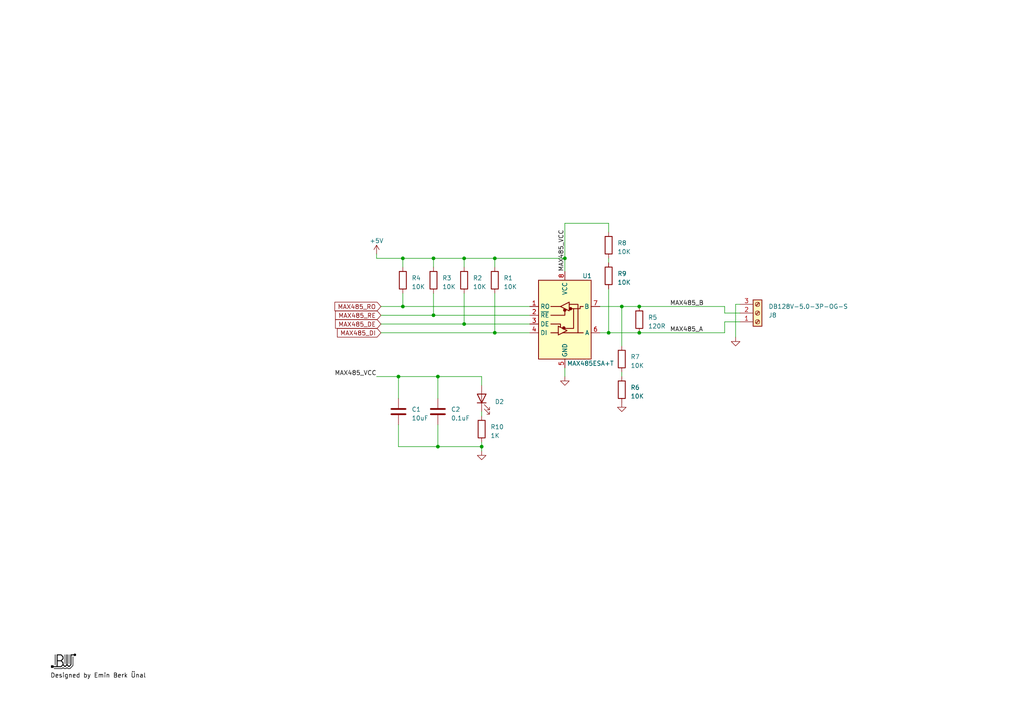
<source format=kicad_sch>
(kicad_sch (version 20230121) (generator eeschema)

  (uuid 7526616b-9fc0-4b84-a8bd-1f9b883748bb)

  (paper "A4")

  (title_block
    (title "RS485")
    (date "2023-05-16")
    (rev "2")
    (company "OES Maritime Systems Eng. Ltd. Sti.")
  )

  (lib_symbols
    (symbol "Connector:Screw_Terminal_01x03" (pin_names (offset 1.016) hide) (in_bom yes) (on_board yes)
      (property "Reference" "J" (at 0 5.08 0)
        (effects (font (size 1.27 1.27)))
      )
      (property "Value" "Screw_Terminal_01x03" (at 0 -5.08 0)
        (effects (font (size 1.27 1.27)))
      )
      (property "Footprint" "" (at 0 0 0)
        (effects (font (size 1.27 1.27)) hide)
      )
      (property "Datasheet" "~" (at 0 0 0)
        (effects (font (size 1.27 1.27)) hide)
      )
      (property "ki_keywords" "screw terminal" (at 0 0 0)
        (effects (font (size 1.27 1.27)) hide)
      )
      (property "ki_description" "Generic screw terminal, single row, 01x03, script generated (kicad-library-utils/schlib/autogen/connector/)" (at 0 0 0)
        (effects (font (size 1.27 1.27)) hide)
      )
      (property "ki_fp_filters" "TerminalBlock*:*" (at 0 0 0)
        (effects (font (size 1.27 1.27)) hide)
      )
      (symbol "Screw_Terminal_01x03_1_1"
        (rectangle (start -1.27 3.81) (end 1.27 -3.81)
          (stroke (width 0.254) (type default))
          (fill (type background))
        )
        (circle (center 0 -2.54) (radius 0.635)
          (stroke (width 0.1524) (type default))
          (fill (type none))
        )
        (polyline
          (pts
            (xy -0.5334 -2.2098)
            (xy 0.3302 -3.048)
          )
          (stroke (width 0.1524) (type default))
          (fill (type none))
        )
        (polyline
          (pts
            (xy -0.5334 0.3302)
            (xy 0.3302 -0.508)
          )
          (stroke (width 0.1524) (type default))
          (fill (type none))
        )
        (polyline
          (pts
            (xy -0.5334 2.8702)
            (xy 0.3302 2.032)
          )
          (stroke (width 0.1524) (type default))
          (fill (type none))
        )
        (polyline
          (pts
            (xy -0.3556 -2.032)
            (xy 0.508 -2.8702)
          )
          (stroke (width 0.1524) (type default))
          (fill (type none))
        )
        (polyline
          (pts
            (xy -0.3556 0.508)
            (xy 0.508 -0.3302)
          )
          (stroke (width 0.1524) (type default))
          (fill (type none))
        )
        (polyline
          (pts
            (xy -0.3556 3.048)
            (xy 0.508 2.2098)
          )
          (stroke (width 0.1524) (type default))
          (fill (type none))
        )
        (circle (center 0 0) (radius 0.635)
          (stroke (width 0.1524) (type default))
          (fill (type none))
        )
        (circle (center 0 2.54) (radius 0.635)
          (stroke (width 0.1524) (type default))
          (fill (type none))
        )
        (pin passive line (at -5.08 2.54 0) (length 3.81)
          (name "Pin_1" (effects (font (size 1.27 1.27))))
          (number "1" (effects (font (size 1.27 1.27))))
        )
        (pin passive line (at -5.08 0 0) (length 3.81)
          (name "Pin_2" (effects (font (size 1.27 1.27))))
          (number "2" (effects (font (size 1.27 1.27))))
        )
        (pin passive line (at -5.08 -2.54 0) (length 3.81)
          (name "Pin_3" (effects (font (size 1.27 1.27))))
          (number "3" (effects (font (size 1.27 1.27))))
        )
      )
    )
    (symbol "Device:C" (pin_numbers hide) (pin_names (offset 0.254)) (in_bom yes) (on_board yes)
      (property "Reference" "C" (at 0.635 2.54 0)
        (effects (font (size 1.27 1.27)) (justify left))
      )
      (property "Value" "C" (at 0.635 -2.54 0)
        (effects (font (size 1.27 1.27)) (justify left))
      )
      (property "Footprint" "" (at 0.9652 -3.81 0)
        (effects (font (size 1.27 1.27)) hide)
      )
      (property "Datasheet" "~" (at 0 0 0)
        (effects (font (size 1.27 1.27)) hide)
      )
      (property "ki_keywords" "cap capacitor" (at 0 0 0)
        (effects (font (size 1.27 1.27)) hide)
      )
      (property "ki_description" "Unpolarized capacitor" (at 0 0 0)
        (effects (font (size 1.27 1.27)) hide)
      )
      (property "ki_fp_filters" "C_*" (at 0 0 0)
        (effects (font (size 1.27 1.27)) hide)
      )
      (symbol "C_0_1"
        (polyline
          (pts
            (xy -2.032 -0.762)
            (xy 2.032 -0.762)
          )
          (stroke (width 0.508) (type default))
          (fill (type none))
        )
        (polyline
          (pts
            (xy -2.032 0.762)
            (xy 2.032 0.762)
          )
          (stroke (width 0.508) (type default))
          (fill (type none))
        )
      )
      (symbol "C_1_1"
        (pin passive line (at 0 3.81 270) (length 2.794)
          (name "~" (effects (font (size 1.27 1.27))))
          (number "1" (effects (font (size 1.27 1.27))))
        )
        (pin passive line (at 0 -3.81 90) (length 2.794)
          (name "~" (effects (font (size 1.27 1.27))))
          (number "2" (effects (font (size 1.27 1.27))))
        )
      )
    )
    (symbol "Device:R" (pin_numbers hide) (pin_names (offset 0)) (in_bom yes) (on_board yes)
      (property "Reference" "R" (at 2.032 0 90)
        (effects (font (size 1.27 1.27)))
      )
      (property "Value" "R" (at 0 0 90)
        (effects (font (size 1.27 1.27)))
      )
      (property "Footprint" "" (at -1.778 0 90)
        (effects (font (size 1.27 1.27)) hide)
      )
      (property "Datasheet" "~" (at 0 0 0)
        (effects (font (size 1.27 1.27)) hide)
      )
      (property "ki_keywords" "R res resistor" (at 0 0 0)
        (effects (font (size 1.27 1.27)) hide)
      )
      (property "ki_description" "Resistor" (at 0 0 0)
        (effects (font (size 1.27 1.27)) hide)
      )
      (property "ki_fp_filters" "R_*" (at 0 0 0)
        (effects (font (size 1.27 1.27)) hide)
      )
      (symbol "R_0_1"
        (rectangle (start -1.016 -2.54) (end 1.016 2.54)
          (stroke (width 0.254) (type default))
          (fill (type none))
        )
      )
      (symbol "R_1_1"
        (pin passive line (at 0 3.81 270) (length 1.27)
          (name "~" (effects (font (size 1.27 1.27))))
          (number "1" (effects (font (size 1.27 1.27))))
        )
        (pin passive line (at 0 -3.81 90) (length 1.27)
          (name "~" (effects (font (size 1.27 1.27))))
          (number "2" (effects (font (size 1.27 1.27))))
        )
      )
    )
    (symbol "Interface_UART:MAX485E" (in_bom yes) (on_board yes)
      (property "Reference" "U" (at -6.096 11.43 0)
        (effects (font (size 1.27 1.27)))
      )
      (property "Value" "MAX485E" (at 0.762 11.43 0)
        (effects (font (size 1.27 1.27)) (justify left))
      )
      (property "Footprint" "" (at 0 -17.78 0)
        (effects (font (size 1.27 1.27)) hide)
      )
      (property "Datasheet" "https://datasheets.maximintegrated.com/en/ds/MAX1487E-MAX491E.pdf" (at 0 1.27 0)
        (effects (font (size 1.27 1.27)) hide)
      )
      (property "ki_keywords" "Half duplex RS-485/RS-422, 2.5 Mbps, ±15kV electro-static discharge (ESD) protection, no slew-rate, no low-power shutdown, with receiver/driver enable, 32 receiver drive kapacitity, DIP-8 and SOIC-8" (at 0 0 0)
        (effects (font (size 1.27 1.27)) hide)
      )
      (property "ki_description" "Half duplex RS-485/RS-422, 2.5 Mbps, ±15kV electro-static discharge (ESD) protection, no slew-rate, no low-power shutdown, with receiver/driver enable, 32 receiver drive kapacitity, DIP-8 and SOIC-8" (at 0 0 0)
        (effects (font (size 1.27 1.27)) hide)
      )
      (property "ki_fp_filters" "DIP*W7.62mm* SOIC*3.9x4.9mm*P1.27mm*" (at 0 0 0)
        (effects (font (size 1.27 1.27)) hide)
      )
      (symbol "MAX485E_0_1"
        (rectangle (start -7.62 10.16) (end 7.62 -12.7)
          (stroke (width 0.254) (type default))
          (fill (type background))
        )
        (circle (center -0.3048 -3.683) (radius 0.3556)
          (stroke (width 0.254) (type default))
          (fill (type outline))
        )
        (circle (center -0.0254 1.4986) (radius 0.3556)
          (stroke (width 0.254) (type default))
          (fill (type outline))
        )
        (polyline
          (pts
            (xy -4.064 -5.08)
            (xy -1.905 -5.08)
          )
          (stroke (width 0.254) (type default))
          (fill (type none))
        )
        (polyline
          (pts
            (xy -4.064 2.54)
            (xy -1.27 2.54)
          )
          (stroke (width 0.254) (type default))
          (fill (type none))
        )
        (polyline
          (pts
            (xy -1.27 -3.2004)
            (xy -1.27 -3.4544)
          )
          (stroke (width 0.254) (type default))
          (fill (type none))
        )
        (polyline
          (pts
            (xy -0.635 -5.08)
            (xy 5.334 -5.08)
          )
          (stroke (width 0.254) (type default))
          (fill (type none))
        )
        (polyline
          (pts
            (xy -4.064 -2.54)
            (xy -1.27 -2.54)
            (xy -1.27 -3.175)
          )
          (stroke (width 0.254) (type default))
          (fill (type none))
        )
        (polyline
          (pts
            (xy 0 1.27)
            (xy 0 0)
            (xy -4.064 0)
          )
          (stroke (width 0.254) (type default))
          (fill (type none))
        )
        (polyline
          (pts
            (xy 1.27 3.175)
            (xy 3.81 3.175)
            (xy 3.81 -5.08)
          )
          (stroke (width 0.254) (type default))
          (fill (type none))
        )
        (polyline
          (pts
            (xy 2.54 1.905)
            (xy 2.54 -3.81)
            (xy 0 -3.81)
          )
          (stroke (width 0.254) (type default))
          (fill (type none))
        )
        (polyline
          (pts
            (xy -1.905 -3.175)
            (xy -1.905 -5.715)
            (xy 0.635 -4.445)
            (xy -1.905 -3.175)
          )
          (stroke (width 0.254) (type default))
          (fill (type none))
        )
        (polyline
          (pts
            (xy -1.27 2.54)
            (xy 1.27 3.81)
            (xy 1.27 1.27)
            (xy -1.27 2.54)
          )
          (stroke (width 0.254) (type default))
          (fill (type none))
        )
        (polyline
          (pts
            (xy 1.905 1.905)
            (xy 4.445 1.905)
            (xy 4.445 2.54)
            (xy 5.334 2.54)
          )
          (stroke (width 0.254) (type default))
          (fill (type none))
        )
        (rectangle (start 1.27 3.175) (end 1.27 3.175)
          (stroke (width 0) (type default))
          (fill (type none))
        )
        (circle (center 1.651 1.905) (radius 0.3556)
          (stroke (width 0.254) (type default))
          (fill (type outline))
        )
      )
      (symbol "MAX485E_1_1"
        (pin output line (at -10.16 2.54 0) (length 2.54)
          (name "RO" (effects (font (size 1.27 1.27))))
          (number "1" (effects (font (size 1.27 1.27))))
        )
        (pin input line (at -10.16 0 0) (length 2.54)
          (name "~{RE}" (effects (font (size 1.27 1.27))))
          (number "2" (effects (font (size 1.27 1.27))))
        )
        (pin input line (at -10.16 -2.54 0) (length 2.54)
          (name "DE" (effects (font (size 1.27 1.27))))
          (number "3" (effects (font (size 1.27 1.27))))
        )
        (pin input line (at -10.16 -5.08 0) (length 2.54)
          (name "DI" (effects (font (size 1.27 1.27))))
          (number "4" (effects (font (size 1.27 1.27))))
        )
        (pin power_in line (at 0 -15.24 90) (length 2.54)
          (name "GND" (effects (font (size 1.27 1.27))))
          (number "5" (effects (font (size 1.27 1.27))))
        )
        (pin bidirectional line (at 10.16 -5.08 180) (length 2.54)
          (name "A" (effects (font (size 1.27 1.27))))
          (number "6" (effects (font (size 1.27 1.27))))
        )
        (pin bidirectional line (at 10.16 2.54 180) (length 2.54)
          (name "B" (effects (font (size 1.27 1.27))))
          (number "7" (effects (font (size 1.27 1.27))))
        )
        (pin power_in line (at 0 12.7 270) (length 2.54)
          (name "VCC" (effects (font (size 1.27 1.27))))
          (number "8" (effects (font (size 1.27 1.27))))
        )
      )
    )
    (symbol "LED:IR26-21C_L110_TR8" (pin_numbers hide) (pin_names (offset 1.016) hide) (in_bom yes) (on_board yes)
      (property "Reference" "D" (at 0 2.54 0)
        (effects (font (size 1.27 1.27)))
      )
      (property "Value" "IR26-21C_L110_TR8" (at 0 -3.81 0)
        (effects (font (size 1.27 1.27)))
      )
      (property "Footprint" "LED_SMD:LED_1206_3216Metric" (at 0 5.08 0)
        (effects (font (size 1.27 1.27)) hide)
      )
      (property "Datasheet" "http://www.everlight.com/file/ProductFile/IR26-21C-L110-TR8.pdf" (at 0 0 0)
        (effects (font (size 1.27 1.27)) hide)
      )
      (property "ki_keywords" "IR LED" (at 0 0 0)
        (effects (font (size 1.27 1.27)) hide)
      )
      (property "ki_description" "940nm, 20 deg, Infrared LED, 1206" (at 0 0 0)
        (effects (font (size 1.27 1.27)) hide)
      )
      (property "ki_fp_filters" "LED*1206*3216Metric*" (at 0 0 0)
        (effects (font (size 1.27 1.27)) hide)
      )
      (symbol "IR26-21C_L110_TR8_0_1"
        (polyline
          (pts
            (xy -1.27 -1.27)
            (xy -1.27 1.27)
          )
          (stroke (width 0.254) (type default))
          (fill (type none))
        )
        (polyline
          (pts
            (xy -1.27 0)
            (xy 1.27 0)
          )
          (stroke (width 0) (type default))
          (fill (type none))
        )
        (polyline
          (pts
            (xy 1.27 -1.27)
            (xy 1.27 1.27)
            (xy -1.27 0)
            (xy 1.27 -1.27)
          )
          (stroke (width 0.254) (type default))
          (fill (type none))
        )
        (polyline
          (pts
            (xy -3.048 -0.762)
            (xy -4.572 -2.286)
            (xy -3.81 -2.286)
            (xy -4.572 -2.286)
            (xy -4.572 -1.524)
          )
          (stroke (width 0) (type default))
          (fill (type none))
        )
        (polyline
          (pts
            (xy -1.778 -0.762)
            (xy -3.302 -2.286)
            (xy -2.54 -2.286)
            (xy -3.302 -2.286)
            (xy -3.302 -1.524)
          )
          (stroke (width 0) (type default))
          (fill (type none))
        )
      )
      (symbol "IR26-21C_L110_TR8_1_1"
        (pin passive line (at -3.81 0 0) (length 2.54)
          (name "K" (effects (font (size 1.27 1.27))))
          (number "1" (effects (font (size 1.27 1.27))))
        )
        (pin passive line (at 3.81 0 180) (length 2.54)
          (name "A" (effects (font (size 1.27 1.27))))
          (number "2" (effects (font (size 1.27 1.27))))
        )
      )
    )
    (symbol "power:+5V" (power) (pin_names (offset 0)) (in_bom yes) (on_board yes)
      (property "Reference" "#PWR" (at 0 -3.81 0)
        (effects (font (size 1.27 1.27)) hide)
      )
      (property "Value" "+5V" (at 0 3.556 0)
        (effects (font (size 1.27 1.27)))
      )
      (property "Footprint" "" (at 0 0 0)
        (effects (font (size 1.27 1.27)) hide)
      )
      (property "Datasheet" "" (at 0 0 0)
        (effects (font (size 1.27 1.27)) hide)
      )
      (property "ki_keywords" "global power" (at 0 0 0)
        (effects (font (size 1.27 1.27)) hide)
      )
      (property "ki_description" "Power symbol creates a global label with name \"+5V\"" (at 0 0 0)
        (effects (font (size 1.27 1.27)) hide)
      )
      (symbol "+5V_0_1"
        (polyline
          (pts
            (xy -0.762 1.27)
            (xy 0 2.54)
          )
          (stroke (width 0) (type default))
          (fill (type none))
        )
        (polyline
          (pts
            (xy 0 0)
            (xy 0 2.54)
          )
          (stroke (width 0) (type default))
          (fill (type none))
        )
        (polyline
          (pts
            (xy 0 2.54)
            (xy 0.762 1.27)
          )
          (stroke (width 0) (type default))
          (fill (type none))
        )
      )
      (symbol "+5V_1_1"
        (pin power_in line (at 0 0 90) (length 0) hide
          (name "+5V" (effects (font (size 1.27 1.27))))
          (number "1" (effects (font (size 1.27 1.27))))
        )
      )
    )
    (symbol "power:GND" (power) (pin_names (offset 0)) (in_bom yes) (on_board yes)
      (property "Reference" "#PWR" (at 0 -6.35 0)
        (effects (font (size 1.27 1.27)) hide)
      )
      (property "Value" "GND" (at 0 -3.81 0)
        (effects (font (size 1.27 1.27)))
      )
      (property "Footprint" "" (at 0 0 0)
        (effects (font (size 1.27 1.27)) hide)
      )
      (property "Datasheet" "" (at 0 0 0)
        (effects (font (size 1.27 1.27)) hide)
      )
      (property "ki_keywords" "global power" (at 0 0 0)
        (effects (font (size 1.27 1.27)) hide)
      )
      (property "ki_description" "Power symbol creates a global label with name \"GND\" , ground" (at 0 0 0)
        (effects (font (size 1.27 1.27)) hide)
      )
      (symbol "GND_0_1"
        (polyline
          (pts
            (xy 0 0)
            (xy 0 -1.27)
            (xy 1.27 -1.27)
            (xy 0 -2.54)
            (xy -1.27 -1.27)
            (xy 0 -1.27)
          )
          (stroke (width 0) (type default))
          (fill (type none))
        )
      )
      (symbol "GND_1_1"
        (pin power_in line (at 0 0 270) (length 0) hide
          (name "GND" (effects (font (size 1.27 1.27))))
          (number "1" (effects (font (size 1.27 1.27))))
        )
      )
    )
  )

  (junction (at 176.53 96.52) (diameter 0) (color 0 0 0 0)
    (uuid 0dda872c-e9ef-4e1b-8d19-0b3a85fd6743)
  )
  (junction (at 134.62 74.93) (diameter 0) (color 0 0 0 0)
    (uuid 1bbf4715-db7e-4e23-835e-8da9198ede0d)
  )
  (junction (at 115.57 109.22) (diameter 0) (color 0 0 0 0)
    (uuid 427eec56-3d7e-46e0-bf7b-677ebfede25d)
  )
  (junction (at 125.73 91.44) (diameter 0) (color 0 0 0 0)
    (uuid 44957902-7259-405f-a71f-a07e550c7832)
  )
  (junction (at 116.84 74.93) (diameter 0) (color 0 0 0 0)
    (uuid 50fa8b55-6894-46cb-b04c-ec9bc2951ff5)
  )
  (junction (at 143.51 74.93) (diameter 0) (color 0 0 0 0)
    (uuid 673a6e94-7f66-4b97-9300-72aed5808eb8)
  )
  (junction (at 116.84 88.9) (diameter 0) (color 0 0 0 0)
    (uuid 679db0d5-44c5-4c0d-9190-4f1fc463205e)
  )
  (junction (at 185.42 96.52) (diameter 0) (color 0 0 0 0)
    (uuid 77a78890-5d8e-44ea-b93d-da78612aa3a0)
  )
  (junction (at 127 129.54) (diameter 0) (color 0 0 0 0)
    (uuid 9bc47ef5-4e15-4359-b1a8-f6765cee88cf)
  )
  (junction (at 185.42 88.9) (diameter 0) (color 0 0 0 0)
    (uuid a3d94661-ee31-4847-af4f-8d3a34655fc6)
  )
  (junction (at 125.73 74.93) (diameter 0) (color 0 0 0 0)
    (uuid aa794498-b942-4075-9c84-32d38d883edc)
  )
  (junction (at 127 109.22) (diameter 0) (color 0 0 0 0)
    (uuid ad5dc8d2-1dd5-4137-8b82-d0061e3bc397)
  )
  (junction (at 134.62 93.98) (diameter 0) (color 0 0 0 0)
    (uuid b9adf16a-b824-4476-ac40-09306f4152aa)
  )
  (junction (at 180.34 88.9) (diameter 0) (color 0 0 0 0)
    (uuid c5b44680-bfa5-463d-b384-c743a72eb883)
  )
  (junction (at 143.51 96.52) (diameter 0) (color 0 0 0 0)
    (uuid ca285b2b-8f08-4bad-a361-5d91a3359d3e)
  )
  (junction (at 163.83 74.93) (diameter 0) (color 0 0 0 0)
    (uuid de57ec0d-d5ee-4a38-9f62-986e1a148d8a)
  )
  (junction (at 139.7 129.54) (diameter 0) (color 0 0 0 0)
    (uuid df4d83ab-07d6-4ed1-bc92-40fb35efd276)
  )

  (wire (pts (xy 180.34 88.9) (xy 185.42 88.9))
    (stroke (width 0) (type default))
    (uuid 023a3f99-f402-4fc9-bc6d-ff62ee3e9dc7)
  )
  (wire (pts (xy 176.53 74.93) (xy 176.53 76.2))
    (stroke (width 0) (type default))
    (uuid 0fa6d710-c141-417c-829b-833e9ab6291b)
  )
  (wire (pts (xy 116.84 74.93) (xy 116.84 77.47))
    (stroke (width 0) (type default))
    (uuid 10f3c98e-36bb-4e25-a340-757443f4a255)
  )
  (wire (pts (xy 115.57 109.22) (xy 115.57 115.57))
    (stroke (width 0) (type default))
    (uuid 13a6caf6-7c08-42df-b532-5a8f84e1d31e)
  )
  (wire (pts (xy 116.84 85.09) (xy 116.84 88.9))
    (stroke (width 0) (type default))
    (uuid 13d01837-ac11-4c41-9b22-5361e6b3ce39)
  )
  (wire (pts (xy 125.73 91.44) (xy 153.67 91.44))
    (stroke (width 0) (type default))
    (uuid 14d4de01-e672-4a67-a0c3-f6fb8086a393)
  )
  (wire (pts (xy 125.73 74.93) (xy 134.62 74.93))
    (stroke (width 0) (type default))
    (uuid 1d3d84f1-d268-4088-b3ba-de8a77ef8b26)
  )
  (wire (pts (xy 210.185 88.9) (xy 210.185 90.805))
    (stroke (width 0) (type default))
    (uuid 21e3b217-4ec6-421e-a9fc-04b5daff41d9)
  )
  (wire (pts (xy 139.7 109.22) (xy 127 109.22))
    (stroke (width 0) (type default))
    (uuid 2aefa35b-9bf2-40e4-8c63-47aef46041d7)
  )
  (wire (pts (xy 115.57 123.19) (xy 115.57 129.54))
    (stroke (width 0) (type default))
    (uuid 2bffa0bb-0932-4f41-934c-fdbfcf9ef1e1)
  )
  (wire (pts (xy 143.51 96.52) (xy 153.67 96.52))
    (stroke (width 0) (type default))
    (uuid 2f83387f-ce57-4e11-ae81-b159b0e7849d)
  )
  (wire (pts (xy 127 115.57) (xy 127 109.22))
    (stroke (width 0) (type default))
    (uuid 30afeb71-fcd9-41ee-ae92-22c85a991328)
  )
  (wire (pts (xy 185.42 88.9) (xy 210.185 88.9))
    (stroke (width 0) (type default))
    (uuid 32a16d6e-8112-4e41-8e83-63bfa1d4d4d2)
  )
  (wire (pts (xy 173.99 88.9) (xy 180.34 88.9))
    (stroke (width 0) (type default))
    (uuid 3504cb96-96f2-433d-ad85-f45fafa3a734)
  )
  (wire (pts (xy 110.49 93.98) (xy 134.62 93.98))
    (stroke (width 0) (type default))
    (uuid 35fd01bc-046a-4914-a7ad-359079be2bc0)
  )
  (wire (pts (xy 127 123.19) (xy 127 129.54))
    (stroke (width 0) (type default))
    (uuid 361c219f-3f1f-4495-a48c-ef718da10861)
  )
  (wire (pts (xy 115.57 109.22) (xy 127 109.22))
    (stroke (width 0) (type default))
    (uuid 3643d996-3ea6-4204-8914-7e314864b06b)
  )
  (wire (pts (xy 176.53 96.52) (xy 185.42 96.52))
    (stroke (width 0) (type default))
    (uuid 36d902f4-a213-4aa9-83e3-bc1ce0dbff1e)
  )
  (wire (pts (xy 143.51 77.47) (xy 143.51 74.93))
    (stroke (width 0) (type default))
    (uuid 389efde9-5df8-40d2-9e20-8b1f59865e26)
  )
  (wire (pts (xy 134.62 74.93) (xy 134.62 77.47))
    (stroke (width 0) (type default))
    (uuid 41d9c891-e4f4-4d20-bb4f-cf2ae53dacdc)
  )
  (wire (pts (xy 213.36 88.265) (xy 213.36 97.79))
    (stroke (width 0) (type default))
    (uuid 42acab2c-5fe7-419c-9484-4587ec9d9b81)
  )
  (wire (pts (xy 185.42 96.52) (xy 210.185 96.52))
    (stroke (width 0) (type default))
    (uuid 4ce664d9-6e74-43e6-9202-8c353ab9fc08)
  )
  (wire (pts (xy 116.84 88.9) (xy 153.67 88.9))
    (stroke (width 0) (type default))
    (uuid 5f19d797-c038-4742-bf75-27a17d82dc97)
  )
  (wire (pts (xy 139.7 120.65) (xy 139.7 119.38))
    (stroke (width 0) (type default))
    (uuid 608e3734-080a-4326-bf5f-c78d1378d2cc)
  )
  (wire (pts (xy 163.83 74.93) (xy 143.51 74.93))
    (stroke (width 0) (type default))
    (uuid 68958347-dbef-4929-824c-a59c576e28f7)
  )
  (wire (pts (xy 210.185 96.52) (xy 210.185 93.345))
    (stroke (width 0) (type default))
    (uuid 6c37ca71-98c7-4ba1-a7fd-bcdb183567bc)
  )
  (wire (pts (xy 134.62 85.09) (xy 134.62 93.98))
    (stroke (width 0) (type default))
    (uuid 6c9e94e2-5368-4496-abce-a205fc9b89c5)
  )
  (wire (pts (xy 139.7 128.27) (xy 139.7 129.54))
    (stroke (width 0) (type default))
    (uuid 6d3ed9b1-42d8-4163-a709-9ece6dbfa999)
  )
  (wire (pts (xy 163.83 109.22) (xy 163.83 106.68))
    (stroke (width 0) (type default))
    (uuid 6e7a496f-0a14-4955-b655-39f591f9aed0)
  )
  (wire (pts (xy 210.185 93.345) (xy 214.63 93.345))
    (stroke (width 0) (type default))
    (uuid 7434e119-bff9-40ae-8d83-baa14162cb1b)
  )
  (wire (pts (xy 110.49 96.52) (xy 143.51 96.52))
    (stroke (width 0) (type default))
    (uuid 77c026de-eff8-47e9-ad5b-9a2630d8f91f)
  )
  (wire (pts (xy 110.49 91.44) (xy 125.73 91.44))
    (stroke (width 0) (type default))
    (uuid 7a862a9e-4e27-433c-bae4-76b813d9001a)
  )
  (wire (pts (xy 180.34 88.9) (xy 180.34 100.33))
    (stroke (width 0) (type default))
    (uuid 8147ffdc-a08c-402f-8294-5bc399fd77a9)
  )
  (wire (pts (xy 139.7 129.54) (xy 139.7 130.81))
    (stroke (width 0) (type default))
    (uuid 8319e526-5886-4778-81a3-2dfee3ee0db3)
  )
  (wire (pts (xy 163.83 64.77) (xy 163.83 74.93))
    (stroke (width 0) (type default))
    (uuid 880b8f1e-587e-4c37-82f1-0458c8bcfaad)
  )
  (wire (pts (xy 180.34 107.95) (xy 180.34 109.22))
    (stroke (width 0) (type default))
    (uuid 8e9c1f74-e62d-4f37-b176-0e37e7830c92)
  )
  (wire (pts (xy 173.99 96.52) (xy 176.53 96.52))
    (stroke (width 0) (type default))
    (uuid 8f52ed1b-2502-4d1e-93ee-3933cc61ba56)
  )
  (wire (pts (xy 176.53 67.31) (xy 176.53 64.77))
    (stroke (width 0) (type default))
    (uuid 8f65f1e6-6e20-44a0-8845-1458f5504d3b)
  )
  (wire (pts (xy 115.57 129.54) (xy 127 129.54))
    (stroke (width 0) (type default))
    (uuid 92dffbec-0635-4b4b-be5d-fa925b4325cf)
  )
  (wire (pts (xy 143.51 85.09) (xy 143.51 96.52))
    (stroke (width 0) (type default))
    (uuid 99a63f40-d91a-4a97-ab82-0a4ef7b8a274)
  )
  (wire (pts (xy 139.7 111.76) (xy 139.7 109.22))
    (stroke (width 0) (type default))
    (uuid 9a111696-37f0-44c1-9770-b7fd41120867)
  )
  (wire (pts (xy 176.53 64.77) (xy 163.83 64.77))
    (stroke (width 0) (type default))
    (uuid a04d40a2-c9c4-4c5d-be98-2dcdf1ad021f)
  )
  (wire (pts (xy 109.22 73.66) (xy 109.22 74.93))
    (stroke (width 0) (type default))
    (uuid aa0865cb-5518-4c4f-8f0a-1ba08b007e0e)
  )
  (wire (pts (xy 125.73 74.93) (xy 116.84 74.93))
    (stroke (width 0) (type default))
    (uuid bb340717-5861-43d2-8450-d87e50bc4ea8)
  )
  (wire (pts (xy 134.62 93.98) (xy 153.67 93.98))
    (stroke (width 0) (type default))
    (uuid c3adc36a-d8dc-4ff8-a941-aed8e870f265)
  )
  (wire (pts (xy 210.185 90.805) (xy 214.63 90.805))
    (stroke (width 0) (type default))
    (uuid d3447cd0-0596-49bd-abc2-d4fff9fa0c9d)
  )
  (wire (pts (xy 214.63 88.265) (xy 213.36 88.265))
    (stroke (width 0) (type default))
    (uuid d89e07be-ef27-408d-96af-ff381c067c13)
  )
  (wire (pts (xy 163.83 78.74) (xy 163.83 74.93))
    (stroke (width 0) (type default))
    (uuid df2dcc9d-9e38-4cfa-9f73-30844f9b8abe)
  )
  (wire (pts (xy 143.51 74.93) (xy 134.62 74.93))
    (stroke (width 0) (type default))
    (uuid e4f7d575-80aa-463f-bfe1-5409a46b847f)
  )
  (wire (pts (xy 176.53 83.82) (xy 176.53 96.52))
    (stroke (width 0) (type default))
    (uuid e6dea971-f6a9-4593-946d-16f0f184b47a)
  )
  (wire (pts (xy 109.22 109.22) (xy 115.57 109.22))
    (stroke (width 0) (type default))
    (uuid e8f214e2-845f-4114-b959-88175d6c985f)
  )
  (wire (pts (xy 125.73 74.93) (xy 125.73 77.47))
    (stroke (width 0) (type default))
    (uuid ea901380-d901-488d-8a8e-d2e9d889df61)
  )
  (wire (pts (xy 125.73 85.09) (xy 125.73 91.44))
    (stroke (width 0) (type default))
    (uuid f0054e41-22d7-402b-bf26-c332ef87173f)
  )
  (wire (pts (xy 127 129.54) (xy 139.7 129.54))
    (stroke (width 0) (type default))
    (uuid f06dd68d-6eff-41e4-93bf-4f66e63634a0)
  )
  (wire (pts (xy 110.49 88.9) (xy 116.84 88.9))
    (stroke (width 0) (type default))
    (uuid f4319766-3c73-4541-8bc8-2674dbd6fb09)
  )
  (wire (pts (xy 109.22 74.93) (xy 116.84 74.93))
    (stroke (width 0) (type default))
    (uuid f996d004-4b4f-45a9-8c8b-98c1ea140ab2)
  )

  (image (at 18.415 191.77) (scale 0.232765)
    (uuid 1c65e0e7-8d69-437b-82a8-b4ec53d03b5f)
    (data
      iVBORw0KGgoAAAANSUhEUgAAAkUAAAJFCAYAAADTfoPBAAAABHNCSVQICAgIfAhkiAAAAAlwSFlz
      AAASXAAAElwBaMQ2iQAADLBJREFUeJzt3dty48YOQFHMKf//L/s8TFTlKKLFppokgF7rNYlNyG1i
      h75FAAAAAAAAAAAAAAAAAAAAAAAAAAAAAAAAAAAAAAAAAAAAAAAAAAAAAAAAAAAAAAAAAAAAAAAA
      AAAAAAAAAAAAAAAAAAAAAAAAAAAAAAAAAAAAAAAAAAAAAAAAAAAAAAAAAAAAAAAAAAAAAAAAAAAA
      AAAAAAAAAAAAAAAAAAAAAAAAAAAAAAAAAAAAAAAAAAAAAAAAAAAAAAAAAAAAAAAAAAAAAAAAAAAA
      AAAAAAAAAAAAAAAAAAAAAAAAAAAAAAAAAAAAAAAAAAAAAAAAAAAAAAAAAAAAAAAAAAAAAAAAAAAA
      AAAAAAAAAAAAAAAAAAAAAAAAAAAAAAAAAAAAAAAAAAAAAAAAAAAAAAAAAAAAAAAAAAAAAAAAAAAA
      AAAAAAAAAAAAAAAAAAAAAAAAAAAAAAAAAAAAAAAAAAAAAAAAAAAAAAAAAAAAAAAAAAAAAAAAAAAA
      AAAAAAAAAAAAAAAAAAAAAAAAAAAAAAAAAAAAAAAAAAAAAAAAAAAAAAAAAAAAAAAAAAAAAAAAAAAA
      AAAAAAAAAPDCn7svAACS+B789+3QZnxAAVjdaAw9s0ub8IEEYFWfxtAzO7U4H0AAVjQ7iB7s1cJ8
      8ABYyVkx9Mx+LcgHDYBVXBVED3ZsMf+7+wIAADJQsQCs4OqnRA/2bCE+WAB0d1cQPdi1RfjyGQBA
      qFcAerv7KdGDfVvA190XAElkuXHewc16jq0z1O31Xflzhea6fbLCEW7yf7kfHPfuDHV5bX2ufKbL
      OWjLB4isXt18zzivbvL/1umekO0MnfXaZpuTbZ0+v1ryjdZktHXznX1TdpP/ry6vScYzdMZrm3FO
      KEsUkc27m++sm7Ob/Lbqr81VZ+huPldgMlEEvGIRvnfkNfK6QmKiCNhigQNLEUXAb4QRsAxRBLwj
      jIAliCJgD2EEtCeKgL2EEdCaKAJGCCOgLVEEjBJGQEuiCDhCGMEYf+KjgK+7LwCK6XBjm/mbjju8
      Hpwjy9kQ8OzmSRGsZ+aysnDILkOcZbgGdhBFsCZhBPBEFMG6hBGruPNJjadEhYgiWJswYhV3xIkg
      KkYUAcIIIEQR8JcwYgVXPrnxlKggUQQ8CCNW8CfODZaz3z4nEkXAT8KIVZwRLmKoOFEEPBNGrGLW
      Ux1Ph5oQRcArwoiVHI0aMdSMP/MBbPkT/iQIa3FGF+dJEfAbT4yAZYgi4B1hBCxBFAF7CCOgPVEE
      7CWMgNZEETBCGAFt+ekzYJSfSuMOr86cs8NUnhQBR3hixJW2zoizw1SiCDjK/6VzhXfhI4yYRhQB
      n5gVRhYbcDtRBHzKEyOgBVEEzCCMgPJEETCLMAJKE0XATMIIKEsUAQCEKAIAiAhRBAAQEaIIACAi
      RBEAQESIIgCAiBBFAAARIYoAACJCFAEARIQoAgCICFEEABARoggAICJEEQBARIgiAICIEEUAABEh
      igAAIkIUAQBEhCgCAIgIUQQAEBGiCAAgIkQRAEBEiCIAgIgQRQAAESGKAAAiQhQBc33ffQEAR4ki
      YBZBBJQmioAZBBFQnigCPiWIgBZEEfCJWUH0Z9LbAThMFAFHeUIEtCKKgCNmBpGnREAKoggYJYiA
      lkQRMEIQAW2JImAvQQS0JoqAPQQR0J4oAt4RRMASRBHwG0EELEMUAVsEEbAUUQS8IoiA5Ygi4Jkg
      ApYkioCfBBGwLFEEPAgiYGmiCIgQRACiCBBEABGiCFYniAD+IYpgXYII4AdRBGsSRABPRBGsRxAB
      vPB19wVAMTODojpBBLTiSRFwhCAC2hFFwChBBLQkioARgghoSxQBewkioDVRBOwhiID2RBHwjiAC
      liCKAABCFAHv+d1MwBJEEbCHMALaE0XAXsIIaE0UASOEEdCWKAJGCSOgJVEEHCGMgHa+7r4AKKbD
      7+yZFTTf0eP1AIgIT4pgRTNDxhMjoA1RBGsSRgBPRBGsSxgB/CCKYG3CCOAfoggQRgAhioC/hBGw
      PFEEPAgjYGmiCPhJGAHLEkXAM2EELEkUAa8II2A5ogjYIoyApYgi4DfCCFiGKALeEUbAEkQRsIcw
      AtoTRcBewghoTRQBI4QR0JYoAkYJI6AlUQQcIYyAdkQRcNTMMAK4nSgCPjErjDwtAm4nioBPeWIE
      tCCKgBmEEVCeKAJmEUZAaaIImEkYAWWJIgCAEEUAABEhigAAIkIUAQBEhCgCAIgIUQQAEBGiCAAg
      IkQRAEBEiCIAgIgQRQAAESGKAAAiQhQBAESEKAIAiAhRBPTz58N/XsUqc8JlRBHQ0VYQdAuFVeaE
      S3zdfQEAJ1klDFaZE07nSREAQIgiAICIEEUAABEhigAAIkIUAQBEhCgCAIgIUQQAEBGiCAAgIkQR
      MNf3Tf/t1cwJDYkiYJYZC7TCEjYnNCWKgBlmLtDMy9ic0JgoAj51xgLNuJTNCc2JIrJ598ct/fHL
      XM5coJmWsznH+DylJFFERls3VDfaXK5Y5hmCwZywiK+7LwA2CKDcrlyg33HfeTDnOJ+7lOVJETDq
      jicK3meN9ymIKE0UASPu/BLL1U9t7lJ1TkFEeaII2CvD95z4/p6c70MQ0YIoAvbIEAoPfhIs19sW
      RLThG63ryXLTdiNcR5Yz99MZ35RsznHuA7TiSVEtmW7ama6F88xeoDOXaNbfLr3SnNCKKKojY4Rk
      vCbmOWuBZgsGc44TRLQkioBXzl6gWYLBnOOuDCL/48WlRBHw7KoFencwmHOcIKI1UQT8dPUCvSsY
      zDlOENGeKAIe7lqgVweDOccJIpYgioCI+xfoVcFgznHZg8g3fTONKAKyLNCzg8Gc4wQRSxFFsLZs
      C/SsYDDnOEHEchyqOrJ+nb3qGTr6elad95XMC3SV877KnL8RRKThSRGsKXMQnfU2P2XO+QQRqYgi
      WE/2ILribY8y53yCiHQcsDqyPmZnXVfdP+4+++acTxCRkidFwBFXLqg7l6E55xNEpCWKgFF3LCjv
      s8f7FESkJoqAEas8zTDnfIKI9EQRsFeGBXXFNZhzPkFECaII2CPTgvKTYLnf9jNBRBmiCHgn44Ly
      O4Nyvc0tgohSRBHwm8wLaua1mXM+QUQ5ogjYUmFBZfs7ZGepNqcgoiRRBLxSaUFl+Yv1Z6sypyCi
      LFEEPKu4oI5csznnE0SUJoqAnyovqJFrN+d8gojyRBHw0GFB7ZnBnPMJIlpwKOu4+49F0lfH+8DW
      50u3WTPMKYhow8GsI2sUOUOwLkFEK758BsARgoh2vu6+AGAJrxZoxwW58pzvdHwdaMaTIuBsWws0
      65eEj1p9zt8IIkoQRcCZ3i3QLsFgzm2CiDJEEXCWvQu0ejCYc5sgohRRBJxhdIFWDQZzbhNElCOK
      gNmOLv5qwWDObYKIkkQRMFO1hX+UObcJIspyeGvJdiN2fvhp1vnMfq7MuS37TPArB7ieLGHk7PDT
      7HOZ9XyZc1vWWWA3hxj41Fmhnu3+ZM5t2WaAQxxk4BNnP7nMco8y57Ys1w4f843WwFFXLNAMXy42
      5zZBRCsONHDEpwt09L+/615lzm32B+041MCoWQs0ezCYc5vdQUsONjBi9gLNGgzm3GZv0JbDzZky
      fJ8E99pzj+lwTswJDTjgnKXDAuAzI/eXyufFnNCEQ84ZKt/4mePIvaXiuTEnNOJH8oHZVlmg5oRm
      RBEw0ycLtNLyNSc0JIqAWWYs0ApL2JzQlCgCZpi5QDMvY3NCYw4+Z6n4zaQcc9Z9JNsZMic05/Bz
      pmw3e+Y7+x6S5QyZEwAAAAAAAAAAAAAAAAAAAAAAAAAAAAAAAAAAAAAAAAAAAAAAAAAAAAAAAAAA
      AAAAAAAAAAAAAAAAAAAAAAAAAAAAAAAAAAAAAAAAAAAAAAAAAAAAAAAAAAAAAAAAAAAAAAAAAAAA
      AAAAAAAAAAAAAAAAAAAAAAAAAAAAAAAAAAAAAAAAAAAAAAAAAAAAAAAAAAAAAAAAAAAAAAAAAAAA
      AAAAAAAAAAAAAAAAAAAAAAAAAAAAAAAAAAAAAAAAAAAAAAAAAAAAAAAAAAAAAAAAAAAAAAAAAAAA
      AAAAAAAAAAAAAAAAAAAAAAAAAAAAAAAAAAAAAAAAAAAAAAAAAAAAAAAAAAAAAAAAAAAAAAAAAAAA
      AAAAAAAAAAAAAAAAAAAAAAAAAAAAAAAAAAAAAAAAAAAAAAAAAAAAAAAAAAAAAAAAAAAAAAAAAAAA
      AAAAAAAAAAAAAAAAAAAAAAAAAAAAAAAAAAAAAAAAAAAAAAAAAAAAAAAAAAAAAAAAAAAAAAAAAAAA
      AAAAAAAAAAAAAAAAgPX8H826bNh2AcKZAAAAAElFTkSuQmCC
    )
  )

  (text "Designed by Emin Berk Ünal" (at 14.605 196.85 0)
    (effects (font (size 1.27 1.27) (color 0 0 0 1)) (justify left bottom))
    (uuid e44030a3-000c-495d-baaa-6865936afa96)
  )

  (label "MAX485_A" (at 194.31 96.52 0) (fields_autoplaced)
    (effects (font (size 1.27 1.27)) (justify left bottom))
    (uuid 24247548-c22c-41c4-97ab-1eee08e17f56)
    (property "Intersheetrefs" "${INTERSHEET_REFS}" (at 206.65 96.52 0)
      (effects (font (size 1.27 1.27)) (justify left) hide)
    )
  )
  (label "MAX485_VCC" (at 109.22 109.22 180) (fields_autoplaced)
    (effects (font (size 1.27 1.27)) (justify right bottom))
    (uuid 34149751-f48d-40ae-9307-d37145e99220)
  )
  (label "MAX485_B" (at 194.31 88.9 0) (fields_autoplaced)
    (effects (font (size 1.27 1.27)) (justify left bottom))
    (uuid 42e51945-c541-4da9-bb18-ac4f32bdc87a)
    (property "Intersheetrefs" "${INTERSHEET_REFS}" (at 206.8314 88.9 0)
      (effects (font (size 1.27 1.27)) (justify left) hide)
    )
  )
  (label "MAX485_VCC" (at 163.83 78.74 90) (fields_autoplaced)
    (effects (font (size 1.27 1.27)) (justify left bottom))
    (uuid acda3de8-a416-46e3-91bf-2af8ae462842)
  )

  (global_label "MAX485_DE" (shape input) (at 110.49 93.98 180) (fields_autoplaced)
    (effects (font (size 1.27 1.27)) (justify right))
    (uuid b05f1061-c83c-4484-ad5b-bb1c71ce17a7)
    (property "Intersheetrefs" "${INTERSHEET_REFS}" (at 96.8196 93.98 0)
      (effects (font (size 1.27 1.27)) (justify right) hide)
    )
  )
  (global_label "MAX485_RO" (shape input) (at 110.49 88.9 180) (fields_autoplaced)
    (effects (font (size 1.27 1.27)) (justify right))
    (uuid bdab9aaa-b037-4809-af79-1963a5f83ba5)
    (property "Intersheetrefs" "${INTERSHEET_REFS}" (at 96.6381 88.9 0)
      (effects (font (size 1.27 1.27)) (justify right) hide)
    )
  )
  (global_label "MAX485_DI" (shape input) (at 110.49 96.52 180) (fields_autoplaced)
    (effects (font (size 1.27 1.27)) (justify right))
    (uuid c4285106-060e-42aa-a8c6-24fd15d595d9)
    (property "Intersheetrefs" "${INTERSHEET_REFS}" (at 97.3638 96.52 0)
      (effects (font (size 1.27 1.27)) (justify right) hide)
    )
  )
  (global_label "MAX485_RE" (shape input) (at 110.49 91.44 180) (fields_autoplaced)
    (effects (font (size 1.27 1.27)) (justify right))
    (uuid d34e782a-ba40-46c2-b84f-5ca72726fc5a)
    (property "Intersheetrefs" "${INTERSHEET_REFS}" (at 96.8196 91.44 0)
      (effects (font (size 1.27 1.27)) (justify right) hide)
    )
  )

  (symbol (lib_id "Device:R") (at 180.34 113.03 0) (unit 1)
    (in_bom yes) (on_board yes) (dnp no) (fields_autoplaced)
    (uuid 0102f568-9d20-4d28-8856-fdc6b635a10a)
    (property "Reference" "R6" (at 182.88 112.395 0)
      (effects (font (size 1.27 1.27)) (justify left))
    )
    (property "Value" "10K" (at 182.88 114.935 0)
      (effects (font (size 1.27 1.27)) (justify left))
    )
    (property "Footprint" "Resistor_SMD:R_0805_2012Metric" (at 178.562 113.03 90)
      (effects (font (size 1.27 1.27)) hide)
    )
    (property "Datasheet" "~" (at 180.34 113.03 0)
      (effects (font (size 1.27 1.27)) hide)
    )
    (pin "1" (uuid acd007cf-e3c7-414e-a306-c3ab9de165ea))
    (pin "2" (uuid 289726ff-eb1f-4e87-924c-3b170baf138e))
    (instances
      (project "HMI_Board_V2"
        (path "/5802d9f2-19c6-46f4-9e51-51ee16f4d494/3d3855e6-c012-4274-9790-1183c4297484"
          (reference "R6") (unit 1)
        )
      )
    )
  )

  (symbol (lib_id "LED:IR26-21C_L110_TR8") (at 139.7 115.57 90) (unit 1)
    (in_bom yes) (on_board yes) (dnp no) (fields_autoplaced)
    (uuid 164d196c-6dc8-4dc0-b4bd-040f0ee105f4)
    (property "Reference" "D2" (at 143.51 116.5225 90)
      (effects (font (size 1.27 1.27)) (justify right))
    )
    (property "Value" "KT-0805G" (at 143.51 119.0625 90)
      (effects (font (size 1.27 1.27)) (justify right) hide)
    )
    (property "Footprint" "LED_SMD:LED_0805_2012Metric" (at 134.62 115.57 0)
      (effects (font (size 1.27 1.27)) hide)
    )
    (property "Datasheet" "https://datasheet.lcsc.com/lcsc/2008201032_Foshan-NationStar-Optoelectronics-NCD0805C1_C84257.pdf" (at 139.7 115.57 0)
      (effects (font (size 1.27 1.27)) hide)
    )
    (pin "1" (uuid 33b03aaf-2fc8-445b-859c-cb1a8f67ab5a))
    (pin "2" (uuid 42538e05-11dd-4c3c-80fc-32cfe54db4f7))
    (instances
      (project "HMI_Board_V2"
        (path "/5802d9f2-19c6-46f4-9e51-51ee16f4d494/c99b300c-ea16-49b0-9115-be419549fc1d"
          (reference "D2") (unit 1)
        )
        (path "/5802d9f2-19c6-46f4-9e51-51ee16f4d494/5e918b97-73a2-487d-8ee5-6781adac3e00"
          (reference "D2") (unit 1)
        )
        (path "/5802d9f2-19c6-46f4-9e51-51ee16f4d494/3d3855e6-c012-4274-9790-1183c4297484"
          (reference "D1") (unit 1)
        )
      )
    )
  )

  (symbol (lib_id "power:GND") (at 180.34 116.84 0) (unit 1)
    (in_bom yes) (on_board yes) (dnp no)
    (uuid 1e8a123a-5883-4e87-976a-9670ce6b0acd)
    (property "Reference" "#PWR018" (at 180.34 123.19 0)
      (effects (font (size 1.27 1.27)) hide)
    )
    (property "Value" "GND" (at 180.34 120.65 0)
      (effects (font (size 1.27 1.27)) hide)
    )
    (property "Footprint" "" (at 180.34 116.84 0)
      (effects (font (size 1.27 1.27)) hide)
    )
    (property "Datasheet" "" (at 180.34 116.84 0)
      (effects (font (size 1.27 1.27)) hide)
    )
    (pin "1" (uuid ff7dc2c6-074a-461c-96ea-3e433b59d2bb))
    (instances
      (project "HMI_Board_V2"
        (path "/5802d9f2-19c6-46f4-9e51-51ee16f4d494/18d2831b-3037-45ea-aeb8-6d5db4ebbedd"
          (reference "#PWR018") (unit 1)
        )
        (path "/5802d9f2-19c6-46f4-9e51-51ee16f4d494/0b1da98b-f1a5-499a-b6fc-00e0e0d8b207"
          (reference "#PWR050") (unit 1)
        )
        (path "/5802d9f2-19c6-46f4-9e51-51ee16f4d494/3d3855e6-c012-4274-9790-1183c4297484"
          (reference "#PWR0166") (unit 1)
        )
      )
    )
  )

  (symbol (lib_id "power:GND") (at 163.83 109.22 0) (unit 1)
    (in_bom yes) (on_board yes) (dnp no)
    (uuid 2831d645-b45e-4faa-992f-c53f25782a22)
    (property "Reference" "#PWR018" (at 163.83 115.57 0)
      (effects (font (size 1.27 1.27)) hide)
    )
    (property "Value" "GND" (at 163.83 113.03 0)
      (effects (font (size 1.27 1.27)) hide)
    )
    (property "Footprint" "" (at 163.83 109.22 0)
      (effects (font (size 1.27 1.27)) hide)
    )
    (property "Datasheet" "" (at 163.83 109.22 0)
      (effects (font (size 1.27 1.27)) hide)
    )
    (pin "1" (uuid e0aec59c-5295-424c-b109-c650d1c9fd5d))
    (instances
      (project "HMI_Board_V2"
        (path "/5802d9f2-19c6-46f4-9e51-51ee16f4d494/18d2831b-3037-45ea-aeb8-6d5db4ebbedd"
          (reference "#PWR018") (unit 1)
        )
        (path "/5802d9f2-19c6-46f4-9e51-51ee16f4d494/0b1da98b-f1a5-499a-b6fc-00e0e0d8b207"
          (reference "#PWR050") (unit 1)
        )
        (path "/5802d9f2-19c6-46f4-9e51-51ee16f4d494/3d3855e6-c012-4274-9790-1183c4297484"
          (reference "#PWR0165") (unit 1)
        )
      )
    )
  )

  (symbol (lib_id "power:GND") (at 213.36 97.79 0) (unit 1)
    (in_bom yes) (on_board yes) (dnp no)
    (uuid 2d32d880-59a5-4d2e-bdc6-dc2bab6c3230)
    (property "Reference" "#PWR018" (at 213.36 104.14 0)
      (effects (font (size 1.27 1.27)) hide)
    )
    (property "Value" "GND" (at 213.36 101.6 0)
      (effects (font (size 1.27 1.27)) hide)
    )
    (property "Footprint" "" (at 213.36 97.79 0)
      (effects (font (size 1.27 1.27)) hide)
    )
    (property "Datasheet" "" (at 213.36 97.79 0)
      (effects (font (size 1.27 1.27)) hide)
    )
    (pin "1" (uuid 91a8780b-889b-4444-adee-42afb07a0265))
    (instances
      (project "HMI_Board_V2"
        (path "/5802d9f2-19c6-46f4-9e51-51ee16f4d494/18d2831b-3037-45ea-aeb8-6d5db4ebbedd"
          (reference "#PWR018") (unit 1)
        )
        (path "/5802d9f2-19c6-46f4-9e51-51ee16f4d494/0b1da98b-f1a5-499a-b6fc-00e0e0d8b207"
          (reference "#PWR050") (unit 1)
        )
        (path "/5802d9f2-19c6-46f4-9e51-51ee16f4d494/3d3855e6-c012-4274-9790-1183c4297484"
          (reference "#PWR034") (unit 1)
        )
      )
    )
  )

  (symbol (lib_id "power:GND") (at 139.7 130.81 0) (unit 1)
    (in_bom yes) (on_board yes) (dnp no)
    (uuid 3362b2eb-4c24-48db-b3c1-b154a7803e01)
    (property "Reference" "#PWR018" (at 139.7 137.16 0)
      (effects (font (size 1.27 1.27)) hide)
    )
    (property "Value" "GND" (at 139.7 134.62 0)
      (effects (font (size 1.27 1.27)) hide)
    )
    (property "Footprint" "" (at 139.7 130.81 0)
      (effects (font (size 1.27 1.27)) hide)
    )
    (property "Datasheet" "" (at 139.7 130.81 0)
      (effects (font (size 1.27 1.27)) hide)
    )
    (pin "1" (uuid 3c6d62cb-f263-4194-b692-e54571e3132f))
    (instances
      (project "HMI_Board_V2"
        (path "/5802d9f2-19c6-46f4-9e51-51ee16f4d494/18d2831b-3037-45ea-aeb8-6d5db4ebbedd"
          (reference "#PWR018") (unit 1)
        )
        (path "/5802d9f2-19c6-46f4-9e51-51ee16f4d494/0b1da98b-f1a5-499a-b6fc-00e0e0d8b207"
          (reference "#PWR050") (unit 1)
        )
        (path "/5802d9f2-19c6-46f4-9e51-51ee16f4d494/3d3855e6-c012-4274-9790-1183c4297484"
          (reference "#PWR0164") (unit 1)
        )
      )
    )
  )

  (symbol (lib_id "Device:R") (at 125.73 81.28 0) (unit 1)
    (in_bom yes) (on_board yes) (dnp no) (fields_autoplaced)
    (uuid 3bad45c2-3042-4489-9dcf-c6eff7827d8f)
    (property "Reference" "R3" (at 128.27 80.645 0)
      (effects (font (size 1.27 1.27)) (justify left))
    )
    (property "Value" "10K" (at 128.27 83.185 0)
      (effects (font (size 1.27 1.27)) (justify left))
    )
    (property "Footprint" "Resistor_SMD:R_0805_2012Metric" (at 123.952 81.28 90)
      (effects (font (size 1.27 1.27)) hide)
    )
    (property "Datasheet" "~" (at 125.73 81.28 0)
      (effects (font (size 1.27 1.27)) hide)
    )
    (pin "1" (uuid 4a43ab1f-4d17-4533-9923-c3a698308c33))
    (pin "2" (uuid 3a67f483-bc8d-4d08-b1a7-8c41ada6ee54))
    (instances
      (project "HMI_Board_V2"
        (path "/5802d9f2-19c6-46f4-9e51-51ee16f4d494/3d3855e6-c012-4274-9790-1183c4297484"
          (reference "R3") (unit 1)
        )
      )
    )
  )

  (symbol (lib_id "Device:R") (at 143.51 81.28 0) (unit 1)
    (in_bom yes) (on_board yes) (dnp no) (fields_autoplaced)
    (uuid 5239da40-6469-4354-948f-7911a0941916)
    (property "Reference" "R1" (at 146.05 80.645 0)
      (effects (font (size 1.27 1.27)) (justify left))
    )
    (property "Value" "10K" (at 146.05 83.185 0)
      (effects (font (size 1.27 1.27)) (justify left))
    )
    (property "Footprint" "Resistor_SMD:R_0805_2012Metric" (at 141.732 81.28 90)
      (effects (font (size 1.27 1.27)) hide)
    )
    (property "Datasheet" "~" (at 143.51 81.28 0)
      (effects (font (size 1.27 1.27)) hide)
    )
    (pin "1" (uuid c484d34e-69a2-4ccd-a0e1-05d924dee4d5))
    (pin "2" (uuid 8881d772-6e91-4b83-b689-263499907901))
    (instances
      (project "HMI_Board_V2"
        (path "/5802d9f2-19c6-46f4-9e51-51ee16f4d494/3d3855e6-c012-4274-9790-1183c4297484"
          (reference "R1") (unit 1)
        )
      )
    )
  )

  (symbol (lib_id "power:+5V") (at 109.22 73.66 0) (unit 1)
    (in_bom yes) (on_board yes) (dnp no) (fields_autoplaced)
    (uuid 64bb3f98-2b58-4ff6-b5dc-778cbed4161b)
    (property "Reference" "#PWR05" (at 109.22 77.47 0)
      (effects (font (size 1.27 1.27)) hide)
    )
    (property "Value" "+5V" (at 109.22 69.85 0)
      (effects (font (size 1.27 1.27)))
    )
    (property "Footprint" "" (at 109.22 73.66 0)
      (effects (font (size 1.27 1.27)) hide)
    )
    (property "Datasheet" "" (at 109.22 73.66 0)
      (effects (font (size 1.27 1.27)) hide)
    )
    (pin "1" (uuid fde93005-06f3-47cb-9b2f-347951efbc86))
    (instances
      (project "HMI_Board_V2"
        (path "/5802d9f2-19c6-46f4-9e51-51ee16f4d494/3d3855e6-c012-4274-9790-1183c4297484"
          (reference "#PWR05") (unit 1)
        )
      )
    )
  )

  (symbol (lib_id "Device:R") (at 139.7 124.46 0) (unit 1)
    (in_bom yes) (on_board yes) (dnp no) (fields_autoplaced)
    (uuid 84b811e3-2b42-4b01-87e1-36f7ac7f955a)
    (property "Reference" "R10" (at 142.24 123.825 0)
      (effects (font (size 1.27 1.27)) (justify left))
    )
    (property "Value" "1K" (at 142.24 126.365 0)
      (effects (font (size 1.27 1.27)) (justify left))
    )
    (property "Footprint" "Resistor_SMD:R_0805_2012Metric" (at 137.922 124.46 90)
      (effects (font (size 1.27 1.27)) hide)
    )
    (property "Datasheet" "~" (at 139.7 124.46 0)
      (effects (font (size 1.27 1.27)) hide)
    )
    (pin "1" (uuid 60ac8af3-3370-4044-9e9a-4896e882ca36))
    (pin "2" (uuid 0f13c7d7-37a8-4987-b085-6a5c42051deb))
    (instances
      (project "HMI_Board_V2"
        (path "/5802d9f2-19c6-46f4-9e51-51ee16f4d494/3d3855e6-c012-4274-9790-1183c4297484"
          (reference "R10") (unit 1)
        )
      )
    )
  )

  (symbol (lib_id "Device:R") (at 176.53 71.12 0) (unit 1)
    (in_bom yes) (on_board yes) (dnp no) (fields_autoplaced)
    (uuid 88f11304-84a7-48c9-882a-bd099596629a)
    (property "Reference" "R8" (at 179.07 70.485 0)
      (effects (font (size 1.27 1.27)) (justify left))
    )
    (property "Value" "10K" (at 179.07 73.025 0)
      (effects (font (size 1.27 1.27)) (justify left))
    )
    (property "Footprint" "Resistor_SMD:R_0805_2012Metric" (at 174.752 71.12 90)
      (effects (font (size 1.27 1.27)) hide)
    )
    (property "Datasheet" "~" (at 176.53 71.12 0)
      (effects (font (size 1.27 1.27)) hide)
    )
    (pin "1" (uuid 56340742-26bd-454e-b900-e27273405b79))
    (pin "2" (uuid e6ac7306-2b5a-4659-8cc8-98567f8bb47a))
    (instances
      (project "HMI_Board_V2"
        (path "/5802d9f2-19c6-46f4-9e51-51ee16f4d494/3d3855e6-c012-4274-9790-1183c4297484"
          (reference "R8") (unit 1)
        )
      )
    )
  )

  (symbol (lib_id "Device:R") (at 180.34 104.14 0) (unit 1)
    (in_bom yes) (on_board yes) (dnp no) (fields_autoplaced)
    (uuid 8e783baa-49dd-40db-93be-93c737da4bbc)
    (property "Reference" "R7" (at 182.88 103.505 0)
      (effects (font (size 1.27 1.27)) (justify left))
    )
    (property "Value" "10K" (at 182.88 106.045 0)
      (effects (font (size 1.27 1.27)) (justify left))
    )
    (property "Footprint" "Resistor_SMD:R_0805_2012Metric" (at 178.562 104.14 90)
      (effects (font (size 1.27 1.27)) hide)
    )
    (property "Datasheet" "~" (at 180.34 104.14 0)
      (effects (font (size 1.27 1.27)) hide)
    )
    (pin "1" (uuid 89d97f1b-9f03-4eb3-aeb1-d0d9073d6ab3))
    (pin "2" (uuid 63022c57-8abc-45f0-8928-31748854d968))
    (instances
      (project "HMI_Board_V2"
        (path "/5802d9f2-19c6-46f4-9e51-51ee16f4d494/3d3855e6-c012-4274-9790-1183c4297484"
          (reference "R7") (unit 1)
        )
      )
    )
  )

  (symbol (lib_id "Device:C") (at 115.57 119.38 0) (unit 1)
    (in_bom yes) (on_board yes) (dnp no) (fields_autoplaced)
    (uuid a35813f2-e907-46dd-b44d-b9874362f01e)
    (property "Reference" "C1" (at 119.38 118.745 0)
      (effects (font (size 1.27 1.27)) (justify left))
    )
    (property "Value" "10uF" (at 119.38 121.285 0)
      (effects (font (size 1.27 1.27)) (justify left))
    )
    (property "Footprint" "Capacitor_SMD:C_0805_2012Metric" (at 116.5352 123.19 0)
      (effects (font (size 1.27 1.27)) hide)
    )
    (property "Datasheet" "~" (at 115.57 119.38 0)
      (effects (font (size 1.27 1.27)) hide)
    )
    (pin "1" (uuid 460cb12b-2ff7-4d42-b353-09589169534a))
    (pin "2" (uuid 5e38c55e-87f5-4adb-ab1c-f1a1904709b6))
    (instances
      (project "HMI_Board_V2"
        (path "/5802d9f2-19c6-46f4-9e51-51ee16f4d494/3d3855e6-c012-4274-9790-1183c4297484"
          (reference "C1") (unit 1)
        )
      )
    )
  )

  (symbol (lib_id "Device:R") (at 134.62 81.28 0) (unit 1)
    (in_bom yes) (on_board yes) (dnp no) (fields_autoplaced)
    (uuid b6f2724f-acd8-4cb5-bc16-8dad4e5fe1f3)
    (property "Reference" "R2" (at 137.16 80.645 0)
      (effects (font (size 1.27 1.27)) (justify left))
    )
    (property "Value" "10K" (at 137.16 83.185 0)
      (effects (font (size 1.27 1.27)) (justify left))
    )
    (property "Footprint" "Resistor_SMD:R_0805_2012Metric" (at 132.842 81.28 90)
      (effects (font (size 1.27 1.27)) hide)
    )
    (property "Datasheet" "~" (at 134.62 81.28 0)
      (effects (font (size 1.27 1.27)) hide)
    )
    (pin "1" (uuid 7d35818e-547a-4d33-8a71-bbc85f9bd9f9))
    (pin "2" (uuid 0ca2ac80-c89c-4208-bbf7-754cefdb37c3))
    (instances
      (project "HMI_Board_V2"
        (path "/5802d9f2-19c6-46f4-9e51-51ee16f4d494/3d3855e6-c012-4274-9790-1183c4297484"
          (reference "R2") (unit 1)
        )
      )
    )
  )

  (symbol (lib_id "Device:R") (at 176.53 80.01 0) (unit 1)
    (in_bom yes) (on_board yes) (dnp no) (fields_autoplaced)
    (uuid be6b7127-9393-4f37-8385-8b378b2215df)
    (property "Reference" "R9" (at 179.07 79.375 0)
      (effects (font (size 1.27 1.27)) (justify left))
    )
    (property "Value" "10K" (at 179.07 81.915 0)
      (effects (font (size 1.27 1.27)) (justify left))
    )
    (property "Footprint" "Resistor_SMD:R_0805_2012Metric" (at 174.752 80.01 90)
      (effects (font (size 1.27 1.27)) hide)
    )
    (property "Datasheet" "~" (at 176.53 80.01 0)
      (effects (font (size 1.27 1.27)) hide)
    )
    (pin "1" (uuid 7bf72d67-0d90-4044-ae12-dd4154170957))
    (pin "2" (uuid 5b913fba-d259-4adf-b335-c5339cd4783c))
    (instances
      (project "HMI_Board_V2"
        (path "/5802d9f2-19c6-46f4-9e51-51ee16f4d494/3d3855e6-c012-4274-9790-1183c4297484"
          (reference "R9") (unit 1)
        )
      )
    )
  )

  (symbol (lib_id "Device:R") (at 185.42 92.71 0) (unit 1)
    (in_bom yes) (on_board yes) (dnp no) (fields_autoplaced)
    (uuid bf38a737-4806-4dbf-b5f8-1a17560f0992)
    (property "Reference" "R5" (at 187.96 92.075 0)
      (effects (font (size 1.27 1.27)) (justify left))
    )
    (property "Value" "120R" (at 187.96 94.615 0)
      (effects (font (size 1.27 1.27)) (justify left))
    )
    (property "Footprint" "Resistor_SMD:R_0805_2012Metric" (at 183.642 92.71 90)
      (effects (font (size 1.27 1.27)) hide)
    )
    (property "Datasheet" "~" (at 185.42 92.71 0)
      (effects (font (size 1.27 1.27)) hide)
    )
    (pin "1" (uuid a4bb49a7-452d-4da6-b36a-e142361288cc))
    (pin "2" (uuid 3302e765-5806-454a-be5b-f06307dc8b4e))
    (instances
      (project "HMI_Board_V2"
        (path "/5802d9f2-19c6-46f4-9e51-51ee16f4d494/3d3855e6-c012-4274-9790-1183c4297484"
          (reference "R5") (unit 1)
        )
      )
    )
  )

  (symbol (lib_id "Connector:Screw_Terminal_01x03") (at 219.71 90.805 0) (mirror x) (unit 1)
    (in_bom yes) (on_board yes) (dnp no)
    (uuid c2559f08-c412-47e5-88b3-17cea6fb05b9)
    (property "Reference" "J8" (at 222.885 91.44 0)
      (effects (font (size 1.27 1.27)) (justify left))
    )
    (property "Value" "DB128V-5.0-3P-OG-S" (at 222.885 88.9 0)
      (effects (font (size 1.27 1.27)) (justify left))
    )
    (property "Footprint" "TerminalBlock_Phoenix:TerminalBlock_Phoenix_MKDS-1,5-3_1x03_P5.00mm_Horizontal" (at 219.71 90.805 0)
      (effects (font (size 1.27 1.27)) hide)
    )
    (property "Datasheet" "~" (at 219.71 90.805 0)
      (effects (font (size 1.27 1.27)) hide)
    )
    (pin "1" (uuid 6a1667aa-d7ed-4986-a93a-0d0b87fc7e1d))
    (pin "2" (uuid ebf0bb3a-0b50-4d85-8d13-a8904e388f4e))
    (pin "3" (uuid 353a3683-2135-4654-885d-3a642b183bba))
    (instances
      (project "HMI_Board_V2"
        (path "/5802d9f2-19c6-46f4-9e51-51ee16f4d494/3d3855e6-c012-4274-9790-1183c4297484"
          (reference "J8") (unit 1)
        )
      )
    )
  )

  (symbol (lib_id "Device:R") (at 116.84 81.28 0) (unit 1)
    (in_bom yes) (on_board yes) (dnp no) (fields_autoplaced)
    (uuid ebef7a83-f997-49ec-a5ca-d2e4dd473537)
    (property "Reference" "R4" (at 119.38 80.645 0)
      (effects (font (size 1.27 1.27)) (justify left))
    )
    (property "Value" "10K" (at 119.38 83.185 0)
      (effects (font (size 1.27 1.27)) (justify left))
    )
    (property "Footprint" "Resistor_SMD:R_0805_2012Metric" (at 115.062 81.28 90)
      (effects (font (size 1.27 1.27)) hide)
    )
    (property "Datasheet" "~" (at 116.84 81.28 0)
      (effects (font (size 1.27 1.27)) hide)
    )
    (pin "1" (uuid da64fac3-a209-44ed-9966-ded283e7b1e0))
    (pin "2" (uuid 8996b91d-19bf-40fa-96e3-27bd868bef31))
    (instances
      (project "HMI_Board_V2"
        (path "/5802d9f2-19c6-46f4-9e51-51ee16f4d494/3d3855e6-c012-4274-9790-1183c4297484"
          (reference "R4") (unit 1)
        )
      )
    )
  )

  (symbol (lib_id "Device:C") (at 127 119.38 0) (unit 1)
    (in_bom yes) (on_board yes) (dnp no) (fields_autoplaced)
    (uuid ecf6c58b-352e-4460-b72c-8e17f207233e)
    (property "Reference" "C2" (at 130.81 118.745 0)
      (effects (font (size 1.27 1.27)) (justify left))
    )
    (property "Value" "0.1uF" (at 130.81 121.285 0)
      (effects (font (size 1.27 1.27)) (justify left))
    )
    (property "Footprint" "Capacitor_SMD:C_0805_2012Metric" (at 127.9652 123.19 0)
      (effects (font (size 1.27 1.27)) hide)
    )
    (property "Datasheet" "~" (at 127 119.38 0)
      (effects (font (size 1.27 1.27)) hide)
    )
    (pin "1" (uuid 4a703920-fc38-43f4-bdf1-ff34c58ac51b))
    (pin "2" (uuid 674069e7-8e04-432e-9a67-1f2c098e4cef))
    (instances
      (project "HMI_Board_V2"
        (path "/5802d9f2-19c6-46f4-9e51-51ee16f4d494/3d3855e6-c012-4274-9790-1183c4297484"
          (reference "C2") (unit 1)
        )
      )
    )
  )

  (symbol (lib_id "Interface_UART:MAX485E") (at 163.83 91.44 0) (unit 1)
    (in_bom yes) (on_board yes) (dnp no)
    (uuid ff9d89f6-c8aa-4201-9020-e356849201c4)
    (property "Reference" "U1" (at 168.91 80.01 0)
      (effects (font (size 1.27 1.27)) (justify left))
    )
    (property "Value" "MAX485ESA+T" (at 164.465 105.41 0)
      (effects (font (size 1.27 1.27)) (justify left))
    )
    (property "Footprint" "Package_SO:SO-8_3.9x4.9mm_P1.27mm" (at 163.83 109.22 0)
      (effects (font (size 1.27 1.27)) hide)
    )
    (property "Datasheet" "https://datasheet.lcsc.com/lcsc/1809131816_Maxim-Integrated-MAX485ESA-T_C19738.pdf" (at 163.83 90.17 0)
      (effects (font (size 1.27 1.27)) hide)
    )
    (pin "1" (uuid 05de5aff-4c51-4037-a2a0-54b138df6839))
    (pin "2" (uuid dbde6846-e28f-41e9-b14a-4ad1b11298e6))
    (pin "3" (uuid c990a724-2b2b-49a9-8056-009e9bf2a228))
    (pin "4" (uuid a2e84cf0-7238-4d1e-bb18-a8000e43b7bf))
    (pin "5" (uuid 9909b492-805d-4b6a-b8e9-af700eb88d40))
    (pin "6" (uuid 2cdb1a51-d47e-4ac2-8609-078f789cb2c2))
    (pin "7" (uuid a1b7ee4c-3101-479c-94cb-f3da7c9d38f1))
    (pin "8" (uuid 5f69c877-842e-4862-b202-1be2c1102079))
    (instances
      (project "HMI_Board_V2"
        (path "/5802d9f2-19c6-46f4-9e51-51ee16f4d494/3d3855e6-c012-4274-9790-1183c4297484"
          (reference "U1") (unit 1)
        )
      )
    )
  )
)

</source>
